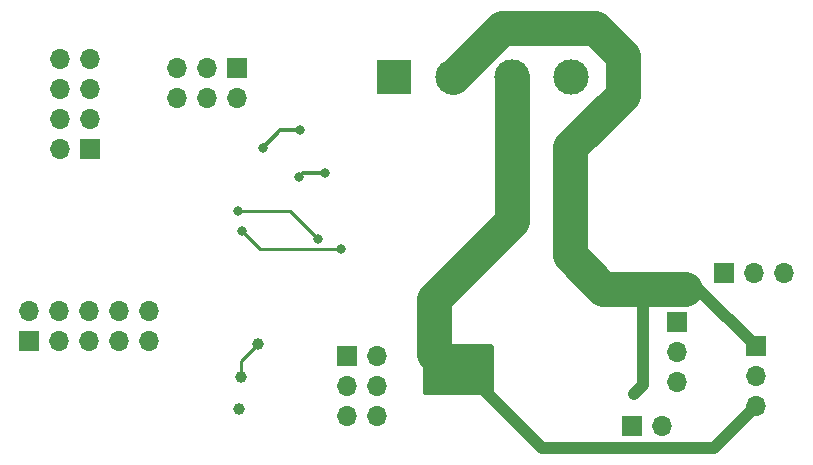
<source format=gbl>
%TF.GenerationSoftware,KiCad,Pcbnew,(6.0.1)*%
%TF.CreationDate,2022-03-16T21:32:01+01:00*%
%TF.ProjectId,SignalGenerator,5369676e-616c-4476-956e-657261746f72,0.3*%
%TF.SameCoordinates,Original*%
%TF.FileFunction,Copper,L4,Bot*%
%TF.FilePolarity,Positive*%
%FSLAX46Y46*%
G04 Gerber Fmt 4.6, Leading zero omitted, Abs format (unit mm)*
G04 Created by KiCad (PCBNEW (6.0.1)) date 2022-03-16 21:32:01*
%MOMM*%
%LPD*%
G01*
G04 APERTURE LIST*
%TA.AperFunction,ComponentPad*%
%ADD10R,1.700000X1.700000*%
%TD*%
%TA.AperFunction,ComponentPad*%
%ADD11O,1.700000X1.700000*%
%TD*%
%TA.AperFunction,ComponentPad*%
%ADD12R,3.000000X3.000000*%
%TD*%
%TA.AperFunction,ComponentPad*%
%ADD13C,3.000000*%
%TD*%
%TA.AperFunction,ViaPad*%
%ADD14C,1.000000*%
%TD*%
%TA.AperFunction,ViaPad*%
%ADD15C,0.800000*%
%TD*%
%TA.AperFunction,Conductor*%
%ADD16C,3.000000*%
%TD*%
%TA.AperFunction,Conductor*%
%ADD17C,1.000000*%
%TD*%
%TA.AperFunction,Conductor*%
%ADD18C,0.250000*%
%TD*%
%TA.AperFunction,Conductor*%
%ADD19C,0.300000*%
%TD*%
G04 APERTURE END LIST*
D10*
X184000000Y-108775000D03*
D11*
X184000000Y-111315000D03*
X184000000Y-113855000D03*
D10*
X177300000Y-106775000D03*
D11*
X177300000Y-109315000D03*
X177300000Y-111855000D03*
D10*
X122501920Y-108367377D03*
D11*
X122501920Y-105827377D03*
X125041920Y-108367377D03*
X125041920Y-105827377D03*
X127581920Y-108367377D03*
X127581920Y-105827377D03*
X130121920Y-108367377D03*
X130121920Y-105827377D03*
X132661920Y-108367377D03*
X132661920Y-105827377D03*
D10*
X127611920Y-92072377D03*
D11*
X125071920Y-92072377D03*
X127611920Y-89532377D03*
X125071920Y-89532377D03*
X127611920Y-86992377D03*
X125071920Y-86992377D03*
X127611920Y-84452377D03*
X125071920Y-84452377D03*
D10*
X173525000Y-115575000D03*
D11*
X176065000Y-115575000D03*
D12*
X153332980Y-86042020D03*
D13*
X158332980Y-86042020D03*
X163332980Y-86042020D03*
X168332980Y-86042020D03*
D10*
X140051920Y-85247377D03*
D11*
X140051920Y-87787377D03*
X137511920Y-85247377D03*
X137511920Y-87787377D03*
X134971920Y-85247377D03*
X134971920Y-87787377D03*
D10*
X181325000Y-102600000D03*
D11*
X183865000Y-102600000D03*
X186405000Y-102600000D03*
D10*
X149425000Y-109650000D03*
D11*
X151965000Y-109650000D03*
X149425000Y-112190000D03*
X151965000Y-112190000D03*
X149425000Y-114730000D03*
X151965000Y-114730000D03*
D14*
X140240000Y-114125000D03*
X160500000Y-112000000D03*
X159250000Y-110750000D03*
X156750000Y-109500000D03*
X158000000Y-110750000D03*
X159250000Y-109500000D03*
X158000000Y-112000000D03*
X156750000Y-112000000D03*
X159250000Y-112000000D03*
X160500000Y-110750000D03*
X160500000Y-109500000D03*
X158000000Y-109500000D03*
X156750000Y-110750000D03*
X173700000Y-112875000D03*
D15*
X148900000Y-100575000D03*
D14*
X141850000Y-108605000D03*
X140430000Y-111401877D03*
D15*
X140500000Y-99075000D03*
X140200000Y-97375000D03*
X146900000Y-99704377D03*
X142240480Y-91999520D03*
X145386420Y-90499520D03*
X147520697Y-94173357D03*
X145290480Y-94519520D03*
D16*
X163332980Y-98242020D02*
X163332980Y-86042020D01*
D17*
X160500000Y-112000000D02*
X165924511Y-117424511D01*
D16*
X156750000Y-104825000D02*
X163332980Y-98242020D01*
D17*
X165924511Y-117424511D02*
X180430489Y-117424511D01*
D16*
X156750000Y-109500000D02*
X156750000Y-104825000D01*
D17*
X180430489Y-117424511D02*
X184000000Y-113855000D01*
D16*
X170425000Y-81900000D02*
X172725000Y-84200000D01*
D17*
X174454751Y-112120249D02*
X173700000Y-112875000D01*
D16*
X168300000Y-101125000D02*
X171095249Y-103920249D01*
X174454751Y-103920249D02*
X178050000Y-103920249D01*
X171095249Y-103920249D02*
X174454751Y-103920249D01*
X172725000Y-84200000D02*
X172725000Y-87525000D01*
D17*
X174454751Y-103920249D02*
X174454751Y-112120249D01*
X179145249Y-103920249D02*
X184000000Y-108775000D01*
X178050000Y-103920249D02*
X179145249Y-103920249D01*
D16*
X172725000Y-87525000D02*
X168300000Y-91950000D01*
X168300000Y-91950000D02*
X168300000Y-101125000D01*
X162475000Y-81900000D02*
X170425000Y-81900000D01*
X158332980Y-86042020D02*
X162475000Y-81900000D01*
D18*
X140430000Y-110025000D02*
X141850000Y-108605000D01*
X142000000Y-100575000D02*
X140500000Y-99075000D01*
X148900000Y-100575000D02*
X142000000Y-100575000D01*
X140430000Y-111401877D02*
X140430000Y-110025000D01*
X144570623Y-97375000D02*
X140200000Y-97375000D01*
X146900000Y-99704377D02*
X144570623Y-97375000D01*
D19*
X143740480Y-90499520D02*
X142240480Y-91999520D01*
X145386420Y-90499520D02*
X143740480Y-90499520D01*
X147520697Y-94173357D02*
X145636643Y-94173357D01*
X145636643Y-94173357D02*
X145290480Y-94519520D01*
%TA.AperFunction,Conductor*%
G36*
X161742121Y-108670002D02*
G01*
X161788614Y-108723658D01*
X161800000Y-108776000D01*
X161800000Y-112774000D01*
X161779998Y-112842121D01*
X161726342Y-112888614D01*
X161674000Y-112900000D01*
X155976000Y-112900000D01*
X155907879Y-112879998D01*
X155861386Y-112826342D01*
X155850000Y-112774000D01*
X155850000Y-108776000D01*
X155870002Y-108707879D01*
X155923658Y-108661386D01*
X155976000Y-108650000D01*
X161674000Y-108650000D01*
X161742121Y-108670002D01*
G37*
%TD.AperFunction*%
M02*

</source>
